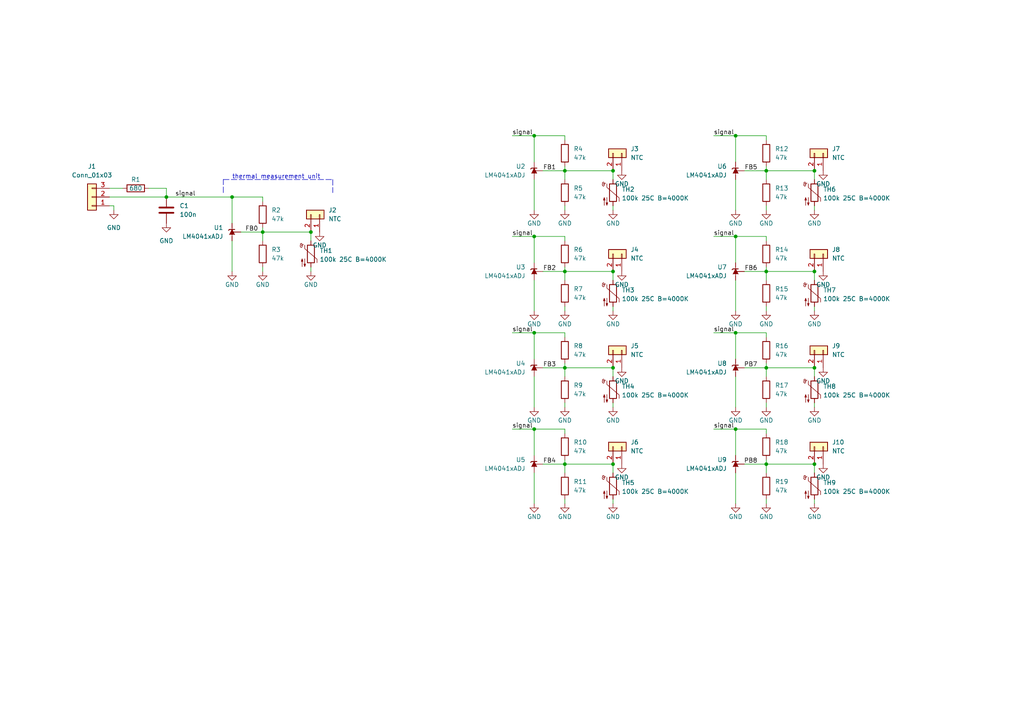
<source format=kicad_sch>
(kicad_sch (version 20211123) (generator eeschema)
  (paper "A4")
  (lib_symbols
    (symbol "Connector_Generic:Conn_01x02" (pin_names (offset 1.016) hide)
      (property "Reference" "J" (at 0 2.54 0))
      (property "Value" "Conn_01x02" (at 0 -5.08 0))
      (symbol "Conn_01x02_1_1"
        (rectangle (start -1.27 -2.413) (end 0 -2.667) (stroke (width 0.1524)))
        (rectangle (start -1.27 0.127) (end 0 -0.127) (stroke (width 0.1524)))
        (rectangle (start -1.27 1.27) (end 1.27 -3.81) (stroke (width 0.254)) (fill (type background)))
        (pin passive line (at -5.08 0 0) (length 3.81) (name "Pin_1") (number "1"))
        (pin passive line (at -5.08 -2.54 0) (length 3.81) (name "Pin_2") (number "2"))
      )
    )
    (symbol "Connector_Generic:Conn_01x03" (pin_names (offset 1.016) hide)
      (property "Reference" "J" (at 0 5.08 0))
      (property "Value" "Conn_01x03" (at 0 -5.08 0))
      (symbol "Conn_01x03_1_1"
        (rectangle (start -1.27 -2.413) (end 0 -2.667) (stroke (width 0.1524)))
        (rectangle (start -1.27 0.127) (end 0 -0.127) (stroke (width 0.1524)))
        (rectangle (start -1.27 2.667) (end 0 2.413) (stroke (width 0.1524)))
        (rectangle (start -1.27 3.81) (end 1.27 -3.81) (stroke (width 0.254)) (fill (type background)))
        (pin passive line (at -5.08 2.54 0) (length 3.81) (name "Pin_1") (number "1"))
        (pin passive line (at -5.08 0 0) (length 3.81) (name "Pin_2") (number "2"))
        (pin passive line (at -5.08 -2.54 0) (length 3.81) (name "Pin_3") (number "3"))
      )
    )
    (symbol "Device:C" (pin_numbers hide) (pin_names (offset 0.254))
      (property "Reference" "C" (at 0.635 2.54 0))
      (property "Value" "C" (at 0.635 -2.54 0))
      (symbol "C_0_1"
        (polyline (pts (xy -2.032 -0.762) (xy 2.032 -0.762)) (stroke (width 0.508)))
        (polyline (pts (xy -2.032 0.762) (xy 2.032 0.762)) (stroke (width 0.508)))
      )
      (symbol "C_1_1"
        (pin passive line (at 0 3.81 270) (length 2.794) (name "~") (number "1"))
        (pin passive line (at 0 -3.81 90) (length 2.794) (name "~") (number "2"))
      )
    )
    (symbol "Device:R" (pin_numbers hide) (pin_names (offset 0))
      (property "Reference" "R" (at 2.032 0 90))
      (property "Value" "R" (at 0 0 90))
      (symbol "R_0_1"
        (rectangle (start -1.016 -2.54) (end 1.016 2.54) (stroke (width 0.254)))
      )
      (symbol "R_1_1"
        (pin passive line (at 0 3.81 270) (length 1.27) (name "~") (number "1"))
        (pin passive line (at 0 -3.81 90) (length 1.27) (name "~") (number "2"))
      )
    )
    (symbol "Device:Thermistor_NTC" (pin_numbers hide) (pin_names (offset 0))
      (property "Reference" "TH" (at -4.445 0 90))
      (property "Value" "Thermistor_NTC" (at 3.175 0 90))
      (symbol "Thermistor_NTC_0_1"
        (arc (start -3.048 2.159) (mid -3.0505 2.3165) (end -3.175 2.413))
        (arc (start -3.048 2.159) (mid -2.9736 1.9794) (end -2.794 1.905))
        (arc (start -3.048 2.794) (mid -2.9736 2.6144) (end -2.794 2.54))
        (arc (start -2.794 1.905) (mid -2.6144 1.9794) (end -2.54 2.159))
        (arc (start -2.794 2.54) (mid -2.434 2.5608) (end -2.159 2.794))
        (arc (start -2.794 3.048) (mid -2.9736 2.9736) (end -3.048 2.794))
        (arc (start -2.54 2.794) (mid -2.6144 2.9736) (end -2.794 3.048))
        (rectangle (start -1.016 2.54) (end 1.016 -2.54) (stroke (width 0.254)))
        (polyline (pts (xy -2.54 2.159) (xy -2.54 2.794)))
        (polyline (pts (xy -1.778 2.54) (xy -1.778 1.524) (xy 1.778 -1.524) (xy 1.778 -2.54)))
        (polyline (pts (xy -2.54 -3.683) (xy -2.54 -1.397) (xy -2.794 -2.159) (xy -2.286 -2.159) (xy -2.54 -1.397) (xy -2.54 -1.651)) (fill (type outline)))
        (polyline (pts (xy -1.778 -1.397) (xy -1.778 -3.683) (xy -2.032 -2.921) (xy -1.524 -2.921) (xy -1.778 -3.683) (xy -1.778 -3.429)) (fill (type outline)))
      )
      (symbol "Thermistor_NTC_1_1"
        (pin passive line (at 0 3.81 270) (length 1.27) (name "~") (number "1"))
        (pin passive line (at 0 -3.81 90) (length 1.27) (name "~") (number "2"))
      )
    )
    (symbol "Reference_Voltage:CJ432" (pin_numbers hide) (pin_names hide)
      (property "Reference" "U" (at -2.54 2.54 0))
      (property "Value" "CJ432" (at 0 -2.54 0))
      (symbol "CJ432_0_1"
        (polyline (pts (xy -1.27 0) (xy 0 0) (xy 1.27 0)))
        (polyline (pts (xy -0.762 0.762) (xy 0.762 0) (xy -0.762 -0.762)) (fill (type outline)))
        (polyline (pts (xy 0.508 -1.016) (xy 0.762 -0.762) (xy 0.762 0.762) (xy 0.762 0.762)) (stroke (width 0.254)))
      )
      (symbol "CJ432_1_1"
        (pin passive line (at 0 2.54 270) (length 2.54) (name "REF") (number "1"))
        (pin passive line (at 2.54 0 180) (length 1.27) (name "K") (number "2"))
        (pin passive line (at -2.54 0 0) (length 1.27) (name "A") (number "3"))
      )
    )
    (symbol "power:GND" (power) (pin_names (offset 0))
      (property "Value" "GND" (at 0 -3.81 0))
      (symbol "GND_0_1"
        (polyline (pts (xy 0 0) (xy 0 -1.27) (xy 1.27 -1.27) (xy 0 -2.54) (xy -1.27 -1.27) (xy 0 -1.27)))
      )
      (symbol "GND_1_1"
        (pin power_in line (at 0 0 270) (length 0) hide (name "GND") (number "1"))
      )
    )
  )
  (junction (at 213.36 124.46))
  (junction (at 154.94 96.52))
  (junction (at 177.8 106.68))
  (junction (at 177.8 49.53))
  (junction (at 76.2 67.31))
  (junction (at 213.36 68.58))
  (junction (at 222.25 134.62))
  (junction (at 163.83 134.62))
  (junction (at 177.8 78.74))
  (junction (at 177.8 134.62))
  (junction (at 48.26 57.15))
  (junction (at 236.22 49.53))
  (junction (at 154.94 39.37))
  (junction (at 222.25 106.68))
  (junction (at 236.22 78.74))
  (junction (at 154.94 124.46))
  (junction (at 222.25 78.74))
  (junction (at 154.94 68.58))
  (junction (at 236.22 134.62))
  (junction (at 90.17 67.31))
  (junction (at 67.31 57.15))
  (junction (at 213.36 96.52))
  (junction (at 163.83 106.68))
  (junction (at 163.83 49.53))
  (junction (at 222.25 49.53))
  (junction (at 213.36 39.37))
  (junction (at 236.22 106.68))
  (junction (at 163.83 78.74))
  (wire (pts (xy 213.36 124.46) (xy 213.36 132.08)))
  (wire (pts (xy 207.01 124.46) (xy 213.36 124.46)))
  (wire (pts (xy 236.22 81.28) (xy 236.22 78.74)))
  (wire (pts (xy 163.83 68.58) (xy 163.83 69.85)))
  (wire (pts (xy 163.83 96.52) (xy 163.83 97.79)))
  (wire (pts (xy 236.22 106.68) (xy 222.25 106.68)))
  (wire (pts (xy 236.22 52.07) (xy 236.22 49.53)))
  (wire (pts (xy 163.83 134.62) (xy 163.83 133.35)))
  (wire (pts (xy 163.83 39.37) (xy 154.94 39.37)))
  (wire (pts (xy 33.02 59.69) (xy 33.02 60.96)))
  (wire (pts (xy 67.31 69.85) (xy 67.31 78.74)))
  (wire (pts (xy 236.22 59.69) (xy 236.22 60.96)))
  (wire (pts (xy 154.94 96.52) (xy 154.94 104.14)))
  (wire (pts (xy 213.36 68.58) (xy 213.36 76.2)))
  (wire (pts (xy 213.36 52.07) (xy 213.36 60.96)))
  (wire (pts (xy 177.8 88.9) (xy 177.8 90.17)))
  (polyline (pts (xy 64.77 55.88) (xy 64.77 52.07)))
  (wire (pts (xy 177.8 137.16) (xy 177.8 134.62)))
  (wire (pts (xy 207.01 68.58) (xy 213.36 68.58)))
  (wire (pts (xy 222.25 68.58) (xy 213.36 68.58)))
  (wire (pts (xy 215.9 78.74) (xy 222.25 78.74)))
  (wire (pts (xy 236.22 49.53) (xy 222.25 49.53)))
  (wire (pts (xy 157.48 78.74) (xy 163.83 78.74)))
  (wire (pts (xy 48.26 57.15) (xy 67.31 57.15)))
  (wire (pts (xy 222.25 39.37) (xy 222.25 40.64)))
  (wire (pts (xy 222.25 90.17) (xy 222.25 88.9)))
  (wire (pts (xy 222.25 118.11) (xy 222.25 116.84)))
  (wire (pts (xy 213.36 39.37) (xy 213.36 46.99)))
  (wire (pts (xy 76.2 69.85) (xy 76.2 67.31)))
  (wire (pts (xy 222.25 52.07) (xy 222.25 49.53)))
  (wire (pts (xy 236.22 78.74) (xy 222.25 78.74)))
  (wire (pts (xy 90.17 69.85) (xy 90.17 67.31)))
  (wire (pts (xy 148.59 39.37) (xy 154.94 39.37)))
  (wire (pts (xy 163.83 49.53) (xy 163.83 48.26)))
  (wire (pts (xy 236.22 144.78) (xy 236.22 146.05)))
  (wire (pts (xy 163.83 90.17) (xy 163.83 88.9)))
  (wire (pts (xy 163.83 96.52) (xy 154.94 96.52)))
  (wire (pts (xy 207.01 39.37) (xy 213.36 39.37)))
  (wire (pts (xy 222.25 106.68) (xy 222.25 105.41)))
  (wire (pts (xy 222.25 124.46) (xy 222.25 125.73)))
  (wire (pts (xy 177.8 109.22) (xy 177.8 106.68)))
  (wire (pts (xy 213.36 96.52) (xy 213.36 104.14)))
  (wire (pts (xy 222.25 60.96) (xy 222.25 59.69)))
  (wire (pts (xy 222.25 137.16) (xy 222.25 134.62)))
  (wire (pts (xy 76.2 57.15) (xy 67.31 57.15)))
  (wire (pts (xy 177.8 134.62) (xy 163.83 134.62)))
  (polyline (pts (xy 64.77 52.07) (xy 96.52 52.07)))
  (wire (pts (xy 148.59 68.58) (xy 154.94 68.58)))
  (wire (pts (xy 222.25 49.53) (xy 222.25 48.26)))
  (wire (pts (xy 163.83 137.16) (xy 163.83 134.62)))
  (wire (pts (xy 177.8 116.84) (xy 177.8 118.11)))
  (wire (pts (xy 154.94 81.28) (xy 154.94 90.17)))
  (polyline (pts (xy 96.52 52.07) (xy 96.52 55.88)))
  (wire (pts (xy 154.94 137.16) (xy 154.94 146.05)))
  (wire (pts (xy 76.2 67.31) (xy 76.2 66.04)))
  (wire (pts (xy 177.8 78.74) (xy 163.83 78.74)))
  (wire (pts (xy 163.83 39.37) (xy 163.83 40.64)))
  (wire (pts (xy 222.25 96.52) (xy 222.25 97.79)))
  (wire (pts (xy 177.8 144.78) (xy 177.8 146.05)))
  (wire (pts (xy 215.9 106.68) (xy 222.25 106.68)))
  (wire (pts (xy 148.59 96.52) (xy 154.94 96.52)))
  (wire (pts (xy 215.9 134.62) (xy 222.25 134.62)))
  (wire (pts (xy 236.22 88.9) (xy 236.22 90.17)))
  (wire (pts (xy 163.83 52.07) (xy 163.83 49.53)))
  (wire (pts (xy 163.83 81.28) (xy 163.83 78.74)))
  (wire (pts (xy 236.22 137.16) (xy 236.22 134.62)))
  (wire (pts (xy 48.26 54.61) (xy 48.26 57.15)))
  (wire (pts (xy 154.94 109.22) (xy 154.94 118.11)))
  (wire (pts (xy 222.25 81.28) (xy 222.25 78.74)))
  (wire (pts (xy 222.25 39.37) (xy 213.36 39.37)))
  (wire (pts (xy 163.83 124.46) (xy 154.94 124.46)))
  (wire (pts (xy 157.48 106.68) (xy 163.83 106.68)))
  (wire (pts (xy 90.17 77.47) (xy 90.17 78.74)))
  (wire (pts (xy 213.36 109.22) (xy 213.36 118.11)))
  (wire (pts (xy 222.25 109.22) (xy 222.25 106.68)))
  (wire (pts (xy 222.25 68.58) (xy 222.25 69.85)))
  (wire (pts (xy 163.83 124.46) (xy 163.83 125.73)))
  (wire (pts (xy 236.22 116.84) (xy 236.22 118.11)))
  (wire (pts (xy 163.83 106.68) (xy 163.83 105.41)))
  (wire (pts (xy 215.9 49.53) (xy 222.25 49.53)))
  (wire (pts (xy 222.25 134.62) (xy 222.25 133.35)))
  (wire (pts (xy 163.83 109.22) (xy 163.83 106.68)))
  (wire (pts (xy 177.8 81.28) (xy 177.8 78.74)))
  (wire (pts (xy 163.83 146.05) (xy 163.83 144.78)))
  (wire (pts (xy 163.83 68.58) (xy 154.94 68.58)))
  (wire (pts (xy 148.59 124.46) (xy 154.94 124.46)))
  (wire (pts (xy 154.94 124.46) (xy 154.94 132.08)))
  (wire (pts (xy 154.94 52.07) (xy 154.94 60.96)))
  (wire (pts (xy 177.8 59.69) (xy 177.8 60.96)))
  (wire (pts (xy 222.25 124.46) (xy 213.36 124.46)))
  (wire (pts (xy 157.48 49.53) (xy 163.83 49.53)))
  (wire (pts (xy 69.85 67.31) (xy 76.2 67.31)))
  (wire (pts (xy 213.36 137.16) (xy 213.36 146.05)))
  (wire (pts (xy 31.75 59.69) (xy 33.02 59.69)))
  (wire (pts (xy 31.75 54.61) (xy 35.56 54.61)))
  (wire (pts (xy 67.31 57.15) (xy 67.31 64.77)))
  (wire (pts (xy 236.22 109.22) (xy 236.22 106.68)))
  (wire (pts (xy 76.2 78.74) (xy 76.2 77.47)))
  (wire (pts (xy 177.8 106.68) (xy 163.83 106.68)))
  (wire (pts (xy 207.01 96.52) (xy 213.36 96.52)))
  (wire (pts (xy 177.8 49.53) (xy 163.83 49.53)))
  (wire (pts (xy 163.83 118.11) (xy 163.83 116.84)))
  (wire (pts (xy 154.94 68.58) (xy 154.94 76.2)))
  (wire (pts (xy 177.8 52.07) (xy 177.8 49.53)))
  (wire (pts (xy 43.18 54.61) (xy 48.26 54.61)))
  (wire (pts (xy 163.83 60.96) (xy 163.83 59.69)))
  (wire (pts (xy 90.17 67.31) (xy 76.2 67.31)))
  (wire (pts (xy 222.25 96.52) (xy 213.36 96.52)))
  (wire (pts (xy 222.25 78.74) (xy 222.25 77.47)))
  (wire (pts (xy 31.75 57.15) (xy 48.26 57.15)))
  (wire (pts (xy 76.2 57.15) (xy 76.2 58.42)))
  (wire (pts (xy 222.25 146.05) (xy 222.25 144.78)))
  (wire (pts (xy 213.36 81.28) (xy 213.36 90.17)))
  (wire (pts (xy 157.48 134.62) (xy 163.83 134.62)))
  (wire (pts (xy 236.22 134.62) (xy 222.25 134.62)))
  (wire (pts (xy 163.83 78.74) (xy 163.83 77.47)))
  (wire (pts (xy 154.94 39.37) (xy 154.94 46.99)))
  (text "thermal measurement unit" (at 67.31 52.07 0) (effects (font (size 1.27 1.27)) (justify left bottom)))
  (label "signal" (at 207.01 124.46 0))
  (label "FB4" (at 161.29 134.62 180))
  (label "FB2" (at 161.29 78.74 180))
  (label "FB0" (at 71.12 67.31 0))
  (label "signal" (at 207.01 68.58 0))
  (label "signal" (at 148.59 39.37 0))
  (label "signal" (at 50.8 57.15 0))
  (label "signal" (at 148.59 68.58 0))
  (label "signal" (at 148.59 124.46 0))
  (label "FB6" (at 219.71 78.74 180))
  (label "FB3" (at 161.29 106.68 180))
  (label "signal" (at 148.59 96.52 0))
  (label "FB1" (at 161.29 49.53 180))
  (label "PB7" (at 219.71 106.68 180))
  (label "signal" (at 207.01 39.37 0))
  (label "signal" (at 207.01 96.52 0))
  (label "FB5" (at 219.71 49.53 180))
  (label "PB8" (at 219.71 134.62 180))
  (symbol (lib_id "Device:Thermistor_NTC") (at 236.22 113.03 0) (unit 1)
    (property "Reference" "TH8" (at 238.76 112.0774 0) (effects (justify left)))
    (property "Value" "100k 25C B=4000K" (at 238.76 114.6174 0) (effects (justify left)))
    (property "Footprint" "Resistor_SMD:R_0603_1608Metric" (effects hide))
  )
  (symbol (lib_id "Connector_Generic:Conn_01x02") (at 180.34 101.6 270) (mirror x) (unit 1)
    (property "Reference" "J5" (at 182.88 100.3299 90) (effects (justify left)))
    (property "Value" "NTC" (at 182.88 102.8699 90) (effects (justify left)))
    (property "Footprint" "Connector_PinHeader_2.54mm:PinHeader_1x02_P2.54mm_Vertical" (effects hide))
  )
  (symbol (lib_id "Connector_Generic:Conn_01x02") (at 180.34 73.66 270) (mirror x) (unit 1)
    (property "Reference" "J4" (at 182.88 72.3899 90) (effects (justify left)))
    (property "Value" "NTC" (at 182.88 74.9299 90) (effects (justify left)))
    (property "Footprint" "Connector_PinHeader_2.54mm:PinHeader_1x02_P2.54mm_Vertical" (effects hide))
  )
  (symbol (lib_id "power:GND") (at 238.76 106.68 0) (unit 1)
    (property "Reference" "#PWR037" (effects hide))
    (property "Value" "GND" (at 238.76 110.49 0))
  )
  (symbol (lib_id "power:GND") (at 180.34 106.68 0) (unit 1)
    (property "Reference" "#PWR033" (effects hide))
    (property "Value" "GND" (at 180.34 110.49 0))
  )
  (symbol (lib_id "power:GND") (at 48.26 64.77 0) (unit 1)
    (property "Reference" "#PWR02" (effects hide))
    (property "Value" "GND" (at 48.26 69.85 0))
  )
  (symbol (lib_id "Device:R") (at 76.2 62.23 0) (unit 1)
    (property "Reference" "R2" (at 78.74 60.9599 0) (effects (justify left)))
    (property "Value" "47k" (at 78.74 63.4999 0) (effects (justify left)))
    (property "Footprint" "Resistor_SMD:R_0603_1608Metric" (effects hide))
  )
  (symbol (lib_id "Connector_Generic:Conn_01x02") (at 180.34 44.45 270) (mirror x) (unit 1)
    (property "Reference" "J3" (at 182.88 43.1799 90) (effects (justify left)))
    (property "Value" "NTC" (at 182.88 45.7199 90) (effects (justify left)))
    (property "Footprint" "Connector_PinHeader_2.54mm:PinHeader_1x02_P2.54mm_Vertical" (effects hide))
  )
  (symbol (lib_id "Connector_Generic:Conn_01x02") (at 238.76 44.45 270) (mirror x) (unit 1)
    (property "Reference" "J7" (at 241.3 43.1799 90) (effects (justify left)))
    (property "Value" "NTC" (at 241.3 45.7199 90) (effects (justify left)))
    (property "Footprint" "Connector_PinHeader_2.54mm:PinHeader_1x02_P2.54mm_Vertical" (effects hide))
  )
  (symbol (lib_id "power:GND") (at 222.25 60.96 0) (unit 1)
    (property "Reference" "#PWR022" (effects hide))
    (property "Value" "GND" (at 222.25 64.77 0))
  )
  (symbol (lib_id "power:GND") (at 67.31 78.74 0) (unit 1)
    (property "Reference" "#PWR03" (effects hide))
    (property "Value" "GND" (at 67.31 82.55 0))
  )
  (symbol (lib_id "Device:Thermistor_NTC") (at 90.17 73.66 0) (unit 1)
    (property "Reference" "TH1" (at 92.71 72.7074 0) (effects (justify left)))
    (property "Value" "100k 25C B=4000K" (at 92.71 75.2474 0) (effects (justify left)))
    (property "Footprint" "Resistor_SMD:R_0603_1608Metric" (effects hide))
  )
  (symbol (lib_id "power:GND") (at 163.83 90.17 0) (unit 1)
    (property "Reference" "#PWR011" (effects hide))
    (property "Value" "GND" (at 163.83 93.98 0))
  )
  (symbol (lib_id "power:GND") (at 238.76 49.53 0) (unit 1)
    (property "Reference" "#PWR035" (effects hide))
    (property "Value" "GND" (at 238.76 53.34 0))
  )
  (symbol (lib_id "power:GND") (at 238.76 134.62 0) (unit 1)
    (property "Reference" "#PWR038" (effects hide))
    (property "Value" "GND" (at 238.76 138.43 0))
  )
  (symbol (lib_id "power:GND") (at 163.83 60.96 0) (unit 1)
    (property "Reference" "#PWR010" (effects hide))
    (property "Value" "GND" (at 163.83 64.77 0))
  )
  (symbol (lib_id "Connector_Generic:Conn_01x02") (at 238.76 101.6 270) (mirror x) (unit 1)
    (property "Reference" "J9" (at 241.3 100.3299 90) (effects (justify left)))
    (property "Value" "NTC" (at 241.3 102.8699 90) (effects (justify left)))
    (property "Footprint" "Connector_PinHeader_2.54mm:PinHeader_1x02_P2.54mm_Vertical" (effects hide))
  )
  (symbol (lib_id "Device:R") (at 163.83 129.54 0) (unit 1)
    (property "Reference" "R10" (at 166.37 128.2699 0) (effects (justify left)))
    (property "Value" "47k" (at 166.37 130.8099 0) (effects (justify left)))
    (property "Footprint" "Resistor_SMD:R_0603_1608Metric" (effects hide))
  )
  (symbol (lib_id "Device:R") (at 163.83 55.88 0) (unit 1)
    (property "Reference" "R5" (at 166.37 54.6099 0) (effects (justify left)))
    (property "Value" "47k" (at 166.37 57.1499 0) (effects (justify left)))
    (property "Footprint" "Resistor_SMD:R_0603_1608Metric" (effects hide))
  )
  (symbol (lib_id "power:GND") (at 163.83 146.05 0) (unit 1)
    (property "Reference" "#PWR013" (effects hide))
    (property "Value" "GND" (at 163.83 149.86 0))
  )
  (symbol (lib_id "power:GND") (at 177.8 118.11 0) (unit 1)
    (property "Reference" "#PWR016" (effects hide))
    (property "Value" "GND" (at 177.8 121.92 0))
  )
  (symbol (lib_id "Device:R") (at 222.25 44.45 0) (unit 1)
    (property "Reference" "R12" (at 224.79 43.1799 0) (effects (justify left)))
    (property "Value" "47k" (at 224.79 45.7199 0) (effects (justify left)))
    (property "Footprint" "Resistor_SMD:R_0603_1608Metric" (effects hide))
  )
  (symbol (lib_id "power:GND") (at 236.22 60.96 0) (unit 1)
    (property "Reference" "#PWR026" (effects hide))
    (property "Value" "GND" (at 236.22 64.77 0))
  )
  (symbol (lib_id "power:GND") (at 177.8 60.96 0) (unit 1)
    (property "Reference" "#PWR014" (effects hide))
    (property "Value" "GND" (at 177.8 64.77 0))
  )
  (symbol (lib_id "Device:R") (at 222.25 113.03 0) (unit 1)
    (property "Reference" "R17" (at 224.79 111.7599 0) (effects (justify left)))
    (property "Value" "47k" (at 224.79 114.2999 0) (effects (justify left)))
    (property "Footprint" "Resistor_SMD:R_0603_1608Metric" (effects hide))
  )
  (symbol (lib_id "Device:R") (at 163.83 140.97 0) (unit 1)
    (property "Reference" "R11" (at 166.37 139.6999 0) (effects (justify left)))
    (property "Value" "47k" (at 166.37 142.2399 0) (effects (justify left)))
    (property "Footprint" "Resistor_SMD:R_0603_1608Metric" (effects hide))
  )
  (symbol (lib_id "power:GND") (at 236.22 146.05 0) (unit 1)
    (property "Reference" "#PWR029" (effects hide))
    (property "Value" "GND" (at 236.22 149.86 0))
  )
  (symbol (lib_id "power:GND") (at 154.94 90.17 0) (unit 1)
    (property "Reference" "#PWR07" (effects hide))
    (property "Value" "GND" (at 154.94 93.98 0))
  )
  (symbol (lib_id "power:GND") (at 92.71 67.31 0) (unit 1)
    (property "Reference" "#PWR030" (effects hide))
    (property "Value" "GND" (at 92.71 71.12 0))
  )
  (symbol (lib_id "power:GND") (at 163.83 118.11 0) (unit 1)
    (property "Reference" "#PWR012" (effects hide))
    (property "Value" "GND" (at 163.83 121.92 0))
  )
  (symbol (lib_id "Device:R") (at 163.83 101.6 0) (unit 1)
    (property "Reference" "R8" (at 166.37 100.3299 0) (effects (justify left)))
    (property "Value" "47k" (at 166.37 102.8699 0) (effects (justify left)))
    (property "Footprint" "Resistor_SMD:R_0603_1608Metric" (effects hide))
  )
  (symbol (lib_id "Device:Thermistor_NTC") (at 236.22 140.97 0) (unit 1)
    (property "Reference" "TH9" (at 238.76 140.0174 0) (effects (justify left)))
    (property "Value" "100k 25C B=4000K" (at 238.76 142.5574 0) (effects (justify left)))
    (property "Footprint" "Resistor_SMD:R_0603_1608Metric" (effects hide))
  )
  (symbol (lib_id "power:GND") (at 76.2 78.74 0) (unit 1)
    (property "Reference" "#PWR04" (effects hide))
    (property "Value" "GND" (at 76.2 82.55 0))
  )
  (symbol (lib_id "Reference_Voltage:CJ432") (at 154.94 106.68 270) (mirror x) (unit 1)
    (property "Reference" "U4" (at 152.4 105.4099 90) (effects (justify right)))
    (property "Value" "LM4041xADJ" (at 152.4 107.9499 90) (effects (justify right)))
    (property "Footprint" "Package_TO_SOT_SMD:SOT-23" (effects hide))
    (property "Datasheet" "http://www.cj-elec.com/txUpfile/20134181474991806.pdf" (effects hide))
  )
  (symbol (lib_id "power:GND") (at 213.36 90.17 0) (unit 1)
    (property "Reference" "#PWR019" (effects hide))
    (property "Value" "GND" (at 213.36 93.98 0))
  )
  (symbol (lib_id "power:GND") (at 222.25 146.05 0) (unit 1)
    (property "Reference" "#PWR025" (effects hide))
    (property "Value" "GND" (at 222.25 149.86 0))
  )
  (symbol (lib_id "Device:Thermistor_NTC") (at 236.22 85.09 0) (unit 1)
    (property "Reference" "TH7" (at 238.76 84.1374 0) (effects (justify left)))
    (property "Value" "100k 25C B=4000K" (at 238.76 86.6774 0) (effects (justify left)))
    (property "Footprint" "Resistor_SMD:R_0603_1608Metric" (effects hide))
  )
  (symbol (lib_id "power:GND") (at 180.34 134.62 0) (unit 1)
    (property "Reference" "#PWR034" (effects hide))
    (property "Value" "GND" (at 180.34 138.43 0))
  )
  (symbol (lib_id "Connector_Generic:Conn_01x02") (at 238.76 73.66 270) (mirror x) (unit 1)
    (property "Reference" "J8" (at 241.3 72.3899 90) (effects (justify left)))
    (property "Value" "NTC" (at 241.3 74.9299 90) (effects (justify left)))
    (property "Footprint" "Connector_PinHeader_2.54mm:PinHeader_1x02_P2.54mm_Vertical" (effects hide))
  )
  (symbol (lib_id "Reference_Voltage:CJ432") (at 154.94 49.53 270) (mirror x) (unit 1)
    (property "Reference" "U2" (at 152.4 48.2599 90) (effects (justify right)))
    (property "Value" "LM4041xADJ" (at 152.4 50.7999 90) (effects (justify right)))
    (property "Footprint" "Package_TO_SOT_SMD:SOT-23" (effects hide))
    (property "Datasheet" "http://www.cj-elec.com/txUpfile/20134181474991806.pdf" (effects hide))
  )
  (symbol (lib_id "power:GND") (at 177.8 146.05 0) (unit 1)
    (property "Reference" "#PWR017" (effects hide))
    (property "Value" "GND" (at 177.8 149.86 0))
  )
  (symbol (lib_id "Reference_Voltage:CJ432") (at 213.36 106.68 270) (mirror x) (unit 1)
    (property "Reference" "U8" (at 210.82 105.4099 90) (effects (justify right)))
    (property "Value" "LM4041xADJ" (at 210.82 107.9499 90) (effects (justify right)))
    (property "Footprint" "Package_TO_SOT_SMD:SOT-23" (effects hide))
    (property "Datasheet" "http://www.cj-elec.com/txUpfile/20134181474991806.pdf" (effects hide))
  )
  (symbol (lib_id "Device:R") (at 76.2 73.66 0) (unit 1)
    (property "Reference" "R3" (at 78.74 72.3899 0) (effects (justify left)))
    (property "Value" "47k" (at 78.74 74.9299 0) (effects (justify left)))
    (property "Footprint" "Resistor_SMD:R_0603_1608Metric" (effects hide))
  )
  (symbol (lib_id "Device:R") (at 163.83 44.45 0) (unit 1)
    (property "Reference" "R4" (at 166.37 43.1799 0) (effects (justify left)))
    (property "Value" "47k" (at 166.37 45.7199 0) (effects (justify left)))
    (property "Footprint" "Resistor_SMD:R_0603_1608Metric" (effects hide))
  )
  (symbol (lib_id "power:GND") (at 33.02 60.96 0) (unit 1)
    (property "Reference" "#PWR01" (effects hide))
    (property "Value" "GND" (at 33.02 66.04 0))
  )
  (symbol (lib_id "power:GND") (at 154.94 60.96 0) (unit 1)
    (property "Reference" "#PWR06" (effects hide))
    (property "Value" "GND" (at 154.94 64.77 0))
  )
  (symbol (lib_id "Reference_Voltage:CJ432") (at 213.36 134.62 270) (mirror x) (unit 1)
    (property "Reference" "U9" (at 210.82 133.3499 90) (effects (justify right)))
    (property "Value" "LM4041xADJ" (at 210.82 135.8899 90) (effects (justify right)))
    (property "Footprint" "Package_TO_SOT_SMD:SOT-23" (effects hide))
    (property "Datasheet" "http://www.cj-elec.com/txUpfile/20134181474991806.pdf" (effects hide))
  )
  (symbol (lib_id "Device:R") (at 222.25 101.6 0) (unit 1)
    (property "Reference" "R16" (at 224.79 100.3299 0) (effects (justify left)))
    (property "Value" "47k" (at 224.79 102.8699 0) (effects (justify left)))
    (property "Footprint" "Resistor_SMD:R_0603_1608Metric" (effects hide))
  )
  (symbol (lib_id "power:GND") (at 238.76 78.74 0) (unit 1)
    (property "Reference" "#PWR036" (effects hide))
    (property "Value" "GND" (at 238.76 82.55 0))
  )
  (symbol (lib_id "Connector_Generic:Conn_01x03") (at 26.67 57.15 180) (unit 1)
    (property "Reference" "J1" (at 26.67 48.26 0))
    (property "Value" "Conn_01x03" (at 26.67 50.8 0))
    (property "Footprint" "Connector_PinHeader_2.54mm:PinHeader_1x03_P2.54mm_Vertical" (effects hide))
  )
  (symbol (lib_id "Device:Thermistor_NTC") (at 177.8 140.97 0) (unit 1)
    (property "Reference" "TH5" (at 180.34 140.0174 0) (effects (justify left)))
    (property "Value" "100k 25C B=4000K" (at 180.34 142.5574 0) (effects (justify left)))
    (property "Footprint" "Resistor_SMD:R_0603_1608Metric" (effects hide))
  )
  (symbol (lib_id "Device:R") (at 39.37 54.61 90) (unit 1)
    (property "Reference" "R1" (at 39.37 52.07 90))
    (property "Value" "680" (at 39.37 54.61 90))
    (property "Footprint" "Resistor_SMD:R_0603_1608Metric" (effects hide))
  )
  (symbol (lib_id "Reference_Voltage:CJ432") (at 67.31 67.31 270) (mirror x) (unit 1)
    (property "Reference" "U1" (at 64.77 66.0399 90) (effects (justify right)))
    (property "Value" "LM4041xADJ" (at 64.77 68.5799 90) (effects (justify right)))
    (property "Footprint" "Package_TO_SOT_SMD:SOT-23" (effects hide))
    (property "Datasheet" "http://www.cj-elec.com/txUpfile/20134181474991806.pdf" (effects hide))
  )
  (symbol (lib_id "power:GND") (at 213.36 118.11 0) (unit 1)
    (property "Reference" "#PWR020" (effects hide))
    (property "Value" "GND" (at 213.36 121.92 0))
  )
  (symbol (lib_id "Device:R") (at 163.83 85.09 0) (unit 1)
    (property "Reference" "R7" (at 166.37 83.8199 0) (effects (justify left)))
    (property "Value" "47k" (at 166.37 86.3599 0) (effects (justify left)))
    (property "Footprint" "Resistor_SMD:R_0603_1608Metric" (effects hide))
  )
  (symbol (lib_id "power:GND") (at 177.8 90.17 0) (unit 1)
    (property "Reference" "#PWR015" (effects hide))
    (property "Value" "GND" (at 177.8 93.98 0))
  )
  (symbol (lib_id "Device:R") (at 222.25 55.88 0) (unit 1)
    (property "Reference" "R13" (at 224.79 54.6099 0) (effects (justify left)))
    (property "Value" "47k" (at 224.79 57.1499 0) (effects (justify left)))
    (property "Footprint" "Resistor_SMD:R_0603_1608Metric" (effects hide))
  )
  (symbol (lib_id "power:GND") (at 222.25 90.17 0) (unit 1)
    (property "Reference" "#PWR023" (effects hide))
    (property "Value" "GND" (at 222.25 93.98 0))
  )
  (symbol (lib_id "power:GND") (at 222.25 118.11 0) (unit 1)
    (property "Reference" "#PWR024" (effects hide))
    (property "Value" "GND" (at 222.25 121.92 0))
  )
  (symbol (lib_id "Device:Thermistor_NTC") (at 177.8 55.88 0) (unit 1)
    (property "Reference" "TH2" (at 180.34 54.9274 0) (effects (justify left)))
    (property "Value" "100k 25C B=4000K" (at 180.34 57.4674 0) (effects (justify left)))
    (property "Footprint" "Resistor_SMD:R_0603_1608Metric" (effects hide))
  )
  (symbol (lib_id "power:GND") (at 154.94 118.11 0) (unit 1)
    (property "Reference" "#PWR08" (effects hide))
    (property "Value" "GND" (at 154.94 121.92 0))
  )
  (symbol (lib_id "Reference_Voltage:CJ432") (at 213.36 78.74 270) (mirror x) (unit 1)
    (property "Reference" "U7" (at 210.82 77.4699 90) (effects (justify right)))
    (property "Value" "LM4041xADJ" (at 210.82 80.0099 90) (effects (justify right)))
    (property "Footprint" "Package_TO_SOT_SMD:SOT-23" (effects hide))
    (property "Datasheet" "http://www.cj-elec.com/txUpfile/20134181474991806.pdf" (effects hide))
  )
  (symbol (lib_id "Connector_Generic:Conn_01x02") (at 180.34 129.54 270) (mirror x) (unit 1)
    (property "Reference" "J6" (at 182.88 128.2699 90) (effects (justify left)))
    (property "Value" "NTC" (at 182.88 130.8099 90) (effects (justify left)))
    (property "Footprint" "Connector_PinHeader_2.54mm:PinHeader_1x02_P2.54mm_Vertical" (effects hide))
  )
  (symbol (lib_id "Device:R") (at 222.25 85.09 0) (unit 1)
    (property "Reference" "R15" (at 224.79 83.8199 0) (effects (justify left)))
    (property "Value" "47k" (at 224.79 86.3599 0) (effects (justify left)))
    (property "Footprint" "Resistor_SMD:R_0603_1608Metric" (effects hide))
  )
  (symbol (lib_id "Reference_Voltage:CJ432") (at 154.94 78.74 270) (mirror x) (unit 1)
    (property "Reference" "U3" (at 152.4 77.4699 90) (effects (justify right)))
    (property "Value" "LM4041xADJ" (at 152.4 80.0099 90) (effects (justify right)))
    (property "Footprint" "Package_TO_SOT_SMD:SOT-23" (effects hide))
    (property "Datasheet" "http://www.cj-elec.com/txUpfile/20134181474991806.pdf" (effects hide))
  )
  (symbol (lib_id "Device:Thermistor_NTC") (at 236.22 55.88 0) (unit 1)
    (property "Reference" "TH6" (at 238.76 54.9274 0) (effects (justify left)))
    (property "Value" "100k 25C B=4000K" (at 238.76 57.4674 0) (effects (justify left)))
    (property "Footprint" "Resistor_SMD:R_0603_1608Metric" (effects hide))
  )
  (symbol (lib_id "Device:R") (at 222.25 140.97 0) (unit 1)
    (property "Reference" "R19" (at 224.79 139.6999 0) (effects (justify left)))
    (property "Value" "47k" (at 224.79 142.2399 0) (effects (justify left)))
    (property "Footprint" "Resistor_SMD:R_0603_1608Metric" (effects hide))
  )
  (symbol (lib_id "power:GND") (at 90.17 78.74 0) (unit 1)
    (property "Reference" "#PWR05" (effects hide))
    (property "Value" "GND" (at 90.17 82.55 0))
  )
  (symbol (lib_id "Device:R") (at 222.25 129.54 0) (unit 1)
    (property "Reference" "R18" (at 224.79 128.2699 0) (effects (justify left)))
    (property "Value" "47k" (at 224.79 130.8099 0) (effects (justify left)))
    (property "Footprint" "Resistor_SMD:R_0603_1608Metric" (effects hide))
  )
  (symbol (lib_id "Reference_Voltage:CJ432") (at 154.94 134.62 270) (mirror x) (unit 1)
    (property "Reference" "U5" (at 152.4 133.3499 90) (effects (justify right)))
    (property "Value" "LM4041xADJ" (at 152.4 135.8899 90) (effects (justify right)))
    (property "Footprint" "Package_TO_SOT_SMD:SOT-23" (effects hide))
    (property "Datasheet" "http://www.cj-elec.com/txUpfile/20134181474991806.pdf" (effects hide))
  )
  (symbol (lib_id "Device:C") (at 48.26 60.96 0) (unit 1)
    (property "Reference" "C1" (at 52.07 59.6899 0) (effects (justify left)))
    (property "Value" "100n" (at 52.07 62.2299 0) (effects (justify left)))
    (property "Footprint" "Capacitor_SMD:C_0603_1608Metric" (effects hide))
  )
  (symbol (lib_id "power:GND") (at 213.36 60.96 0) (unit 1)
    (property "Reference" "#PWR018" (effects hide))
    (property "Value" "GND" (at 213.36 64.77 0))
  )
  (symbol (lib_id "Connector_Generic:Conn_01x02") (at 238.76 129.54 270) (mirror x) (unit 1)
    (property "Reference" "J10" (at 241.3 128.2699 90) (effects (justify left)))
    (property "Value" "NTC" (at 241.3 130.8099 90) (effects (justify left)))
    (property "Footprint" "Connector_PinHeader_2.54mm:PinHeader_1x02_P2.54mm_Vertical" (effects hide))
  )
  (symbol (lib_id "Device:R") (at 163.83 113.03 0) (unit 1)
    (property "Reference" "R9" (at 166.37 111.7599 0) (effects (justify left)))
    (property "Value" "47k" (at 166.37 114.2999 0) (effects (justify left)))
    (property "Footprint" "Resistor_SMD:R_0603_1608Metric" (effects hide))
  )
  (symbol (lib_id "power:GND") (at 154.94 146.05 0) (unit 1)
    (property "Reference" "#PWR09" (effects hide))
    (property "Value" "GND" (at 154.94 149.86 0))
  )
  (symbol (lib_id "Connector_Generic:Conn_01x02") (at 92.71 62.23 270) (mirror x) (unit 1)
    (property "Reference" "J2" (at 95.25 60.9599 90) (effects (justify left)))
    (property "Value" "NTC" (at 95.25 63.4999 90) (effects (justify left)))
    (property "Footprint" "Connector_PinHeader_2.54mm:PinHeader_1x02_P2.54mm_Vertical" (effects hide))
  )
  (symbol (lib_id "Reference_Voltage:CJ432") (at 213.36 49.53 270) (mirror x) (unit 1)
    (property "Reference" "U6" (at 210.82 48.2599 90) (effects (justify right)))
    (property "Value" "LM4041xADJ" (at 210.82 50.7999 90) (effects (justify right)))
    (property "Footprint" "Package_TO_SOT_SMD:SOT-23" (effects hide))
    (property "Datasheet" "http://www.cj-elec.com/txUpfile/20134181474991806.pdf" (effects hide))
  )
  (symbol (lib_id "power:GND") (at 236.22 118.11 0) (unit 1)
    (property "Reference" "#PWR028" (effects hide))
    (property "Value" "GND" (at 236.22 121.92 0))
  )
  (symbol (lib_id "power:GND") (at 180.34 78.74 0) (unit 1)
    (property "Reference" "#PWR032" (effects hide))
    (property "Value" "GND" (at 180.34 82.55 0))
  )
  (symbol (lib_id "Device:Thermistor_NTC") (at 177.8 113.03 0) (unit 1)
    (property "Reference" "TH4" (at 180.34 112.0774 0) (effects (justify left)))
    (property "Value" "100k 25C B=4000K" (at 180.34 114.6174 0) (effects (justify left)))
    (property "Footprint" "Resistor_SMD:R_0603_1608Metric" (effects hide))
  )
  (symbol (lib_id "Device:Thermistor_NTC") (at 177.8 85.09 0) (unit 1)
    (property "Reference" "TH3" (at 180.34 84.1374 0) (effects (justify left)))
    (property "Value" "100k 25C B=4000K" (at 180.34 86.6774 0) (effects (justify left)))
    (property "Footprint" "Resistor_SMD:R_0603_1608Metric" (effects hide))
  )
  (symbol (lib_id "power:GND") (at 236.22 90.17 0) (unit 1)
    (property "Reference" "#PWR027" (effects hide))
    (property "Value" "GND" (at 236.22 93.98 0))
  )
  (symbol (lib_id "power:GND") (at 180.34 49.53 0) (unit 1)
    (property "Reference" "#PWR031" (effects hide))
    (property "Value" "GND" (at 180.34 53.34 0))
  )
  (symbol (lib_id "Device:R") (at 163.83 73.66 0) (unit 1)
    (property "Reference" "R6" (at 166.37 72.3899 0) (effects (justify left)))
    (property "Value" "47k" (at 166.37 74.9299 0) (effects (justify left)))
    (property "Footprint" "Resistor_SMD:R_0603_1608Metric" (effects hide))
  )
  (symbol (lib_id "power:GND") (at 213.36 146.05 0) (unit 1)
    (property "Reference" "#PWR021" (effects hide))
    (property "Value" "GND" (at 213.36 149.86 0))
  )
  (symbol (lib_id "Device:R") (at 222.25 73.66 0) (unit 1)
    (property "Reference" "R14" (at 224.79 72.3899 0) (effects (justify left)))
    (property "Value" "47k" (at 224.79 74.9299 0) (effects (justify left)))
    (property "Footprint" "Resistor_SMD:R_0603_1608Metric" (effects hide))
  )
)
</source>
